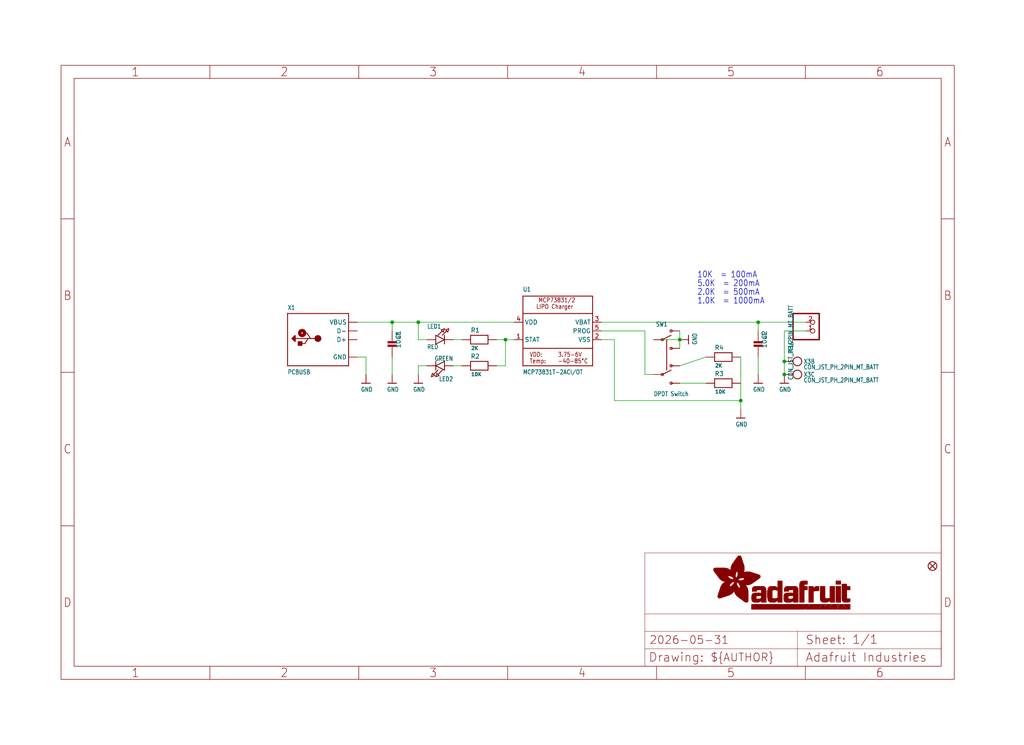
<source format=kicad_sch>
(kicad_sch (version 20230121) (generator eeschema)
  (paper "User" 298.45 217.322)
  (lib_symbols
    (symbol "working-eagle-import:CAP_CERAMIC0805-NOOUTLINE"
      (property "Reference" "C" (at -2.29 1.25 90))
      (symbol "CAP_CERAMIC0805-NOOUTLINE_1_0"
        (pin passive line (at 0 5.08 270) (length 2.54) (name "1") (number "1"))
        (pin passive line (at 0 -2.54 90) (length 2.54) (name "2") (number "2"))
      )
    )
    (symbol "working-eagle-import:CON_JST_PH_2PIN_MT_BATT"
      (property "Reference" "X" (at 0 5.588 90))
      (symbol "CON_JST_PH_2PIN_MT_BATT_1_0"
        (pin passive inverted (at -2.54 2.54 0) (length 2.54) (name "1") (number "1"))
        (pin passive inverted (at -2.54 0 0) (length 2.54) (name "2") (number "2"))
      )
      (symbol "CON_JST_PH_2PIN_MT_BATT_2_0"
        (pin bidirectional line (at 0 0 90) (length 2.54) (name "P$1") (number "NC2"))
      )
      (symbol "CON_JST_PH_2PIN_MT_BATT_3_0"
        (pin bidirectional line (at 0 0 90) (length 2.54) (name "P$1") (number "NC1"))
      )
    )
    (symbol "working-eagle-import:FIDUCIAL_1MM")
    (symbol "working-eagle-import:FRAME_A4_ADAFRUIT"
      (symbol "FRAME_A4_ADAFRUIT_1_0"
        (text "${#}/${##}" (at 230.505 10.16 0) (effects (font (size 2.54 2.54)) (justify left bottom)))
        (text "${AUTHOR}" (at 189.23 5.08 0) (effects (font (size 2.286 2.286)) (justify left bottom)))
        (text "${CURRENT_DATE}" (at 171.45 10.16 0) (effects (font (size 2.286 2.286)) (justify left bottom)))
        (text "${PROJECTNAME}" (at 171.45 15.24 0) (effects (font (size 2.54 2.54)) (justify left bottom)))
        (text "1" (at 21.6958 1.905 0) (effects (font (size 2.54 2.286))))
        (text "1" (at 21.6958 177.165 0) (effects (font (size 2.54 2.286))))
        (text "2" (at 65.0875 1.905 0) (effects (font (size 2.54 2.286))))
        (text "2" (at 65.0875 177.165 0) (effects (font (size 2.54 2.286))))
        (text "3" (at 108.4792 1.905 0) (effects (font (size 2.54 2.286))))
        (text "3" (at 108.4792 177.165 0) (effects (font (size 2.54 2.286))))
        (text "4" (at 151.8708 1.905 0) (effects (font (size 2.54 2.286))))
        (text "4" (at 151.8708 177.165 0) (effects (font (size 2.54 2.286))))
        (text "5" (at 195.2625 1.905 0) (effects (font (size 2.54 2.286))))
        (text "5" (at 195.2625 177.165 0) (effects (font (size 2.54 2.286))))
        (text "6" (at 238.6542 1.905 0) (effects (font (size 2.54 2.286))))
        (text "6" (at 238.6542 177.165 0) (effects (font (size 2.54 2.286))))
        (text "A" (at 1.905 156.6863 0) (effects (font (size 2.54 2.286))))
        (text "A" (at 258.445 156.6863 0) (effects (font (size 2.54 2.286))))
        (text "Adafruit Industries" (at 216.916 4.953 0) (effects (font (size 2.54 2.54)) (justify left bottom)))
        (text "B" (at 1.905 111.9188 0) (effects (font (size 2.54 2.286))))
        (text "B" (at 258.445 111.9188 0) (effects (font (size 2.54 2.286))))
        (text "C" (at 1.905 67.1513 0) (effects (font (size 2.54 2.286))))
        (text "C" (at 258.445 67.1513 0) (effects (font (size 2.54 2.286))))
        (text "D" (at 1.905 22.3838 0) (effects (font (size 2.54 2.286))))
        (text "D" (at 258.445 22.3838 0) (effects (font (size 2.54 2.286))))
        (text "Drawing:" (at 171.196 4.953 0) (effects (font (size 2.54 2.54)) (justify left bottom)))
        (text "Sheet:" (at 216.916 10.033 0) (effects (font (size 2.54 2.54)) (justify left bottom)))
      )
    )
    (symbol "working-eagle-import:GND" (power)
      (property "Value" "GND" (at -1.524 -2.54 0))
      (symbol "GND_1_0"
        (pin power_in line (at 0 2.54 270) (length 2.54) (name "GND") (number "1"))
      )
    )
    (symbol "working-eagle-import:LED0603_NOOUTLINE"
      (property "Reference" "D" (at -1.27 4.445 0))
      (symbol "LED0603_NOOUTLINE_1_0"
        (pin passive line (at -5.08 0 0) (length 2.54) (name "A") (number "A"))
        (pin passive line (at 2.54 0 180) (length 2.54) (name "C") (number "C"))
      )
    )
    (symbol "working-eagle-import:MCP73831/2"
      (property "Reference" "U" (at -10.16 11.43 0))
      (symbol "MCP73831/2_1_0"
        (text "-40-85°C" (at 0 -9.525 0) (effects (font (size 1.27 1.0795)) (justify left bottom)))
        (text "3.75-6V" (at 0 -7.62 0) (effects (font (size 1.27 1.0795)) (justify left bottom)))
        (text "LIPO Charger" (at -6.35 6.35 0) (effects (font (size 1.27 1.0795)) (justify left bottom)))
        (text "MCP73831/2" (at -5.715 8.255 0) (effects (font (size 1.27 1.0795)) (justify left bottom)))
        (text "Temp:" (at -8.255 -9.525 0) (effects (font (size 1.27 1.0795)) (justify left bottom)))
        (text "VDD:" (at -8.255 -7.62 0) (effects (font (size 1.27 1.0795)) (justify left bottom)))
        (pin output line (at -12.7 -2.54 0) (length 2.54) (name "STAT") (number "1"))
        (pin power_in line (at 12.7 -2.54 180) (length 2.54) (name "VSS") (number "2"))
        (pin power_in line (at 12.7 2.54 180) (length 2.54) (name "VBAT") (number "3"))
        (pin power_in line (at -12.7 2.54 0) (length 2.54) (name "VDD") (number "4"))
        (pin input line (at 12.7 0 180) (length 2.54) (name "PROG") (number "5"))
      )
    )
    (symbol "working-eagle-import:RESISTOR_0603_NOOUT"
      (property "Reference" "R" (at 0 2.54 0))
      (symbol "RESISTOR_0603_NOOUT_1_0"
        (pin passive line (at -5.08 0 0) (length 2.54) (name "1") (number "1"))
        (pin passive line (at 5.08 0 180) (length 2.54) (name "2") (number "2"))
      )
    )
    (symbol "working-eagle-import:SWITCH_DPDTEG1390"
      (property "Reference" "SW" (at -4.445 8.89 0))
      (symbol "SWITCH_DPDTEG1390_1_0"
        (pin passive line (at 2.54 7.62 180) (length 2.54) (name "O1") (number "O1"))
        (pin passive line (at 2.54 -2.54 180) (length 2.54) (name "O2") (number "O2"))
        (pin passive line (at -5.08 5.08 0) (length 2.54) (name "P1") (number "P1"))
        (pin passive line (at -5.08 -5.08 0) (length 2.54) (name "P2") (number "P2"))
        (pin passive line (at 2.54 2.54 180) (length 2.54) (name "S1") (number "S1"))
        (pin passive line (at 2.54 -7.62 180) (length 2.54) (name "S2") (number "S2"))
      )
    )
    (symbol "working-eagle-import:USB_TYPEAPCB"
      (property "Reference" "X" (at -10.16 8.636 0))
      (symbol "USB_TYPEAPCB_1_0"
        (pin power_in line (at 10.16 -5.08 180) (length 2.54) (name "GND") (number "GND"))
        (pin bidirectional line (at 10.16 2.54 180) (length 2.54) (name "D-") (number "USB_NEG"))
        (pin bidirectional line (at 10.16 0 180) (length 2.54) (name "D+") (number "USB_PLUS"))
        (pin power_in line (at 10.16 5.08 180) (length 2.54) (name "VBUS") (number "VCC"))
      )
    )
  )
  (junction (at 215.9 116.84))
  (junction (at 228.6 109.22))
  (junction (at 114.3 93.98))
  (junction (at 228.6 105.41))
  (junction (at 198.12 99.06))
  (junction (at 220.98 93.98))
  (junction (at 147.32 99.06))
  (junction (at 121.92 93.98))
  (wire (pts (xy 220.98 96.52) (xy 220.98 93.98)) (stroke (width 0.1524)))
  (wire (pts (xy 114.3 93.98) (xy 121.92 93.98)) (stroke (width 0.1524)))
  (wire (pts (xy 121.92 99.06) (xy 121.92 93.98)) (stroke (width 0.1524)))
  (wire (pts (xy 179.07 99.06) (xy 179.07 116.84)) (stroke (width 0.1524)))
  (wire (pts (xy 147.32 106.68) (xy 147.32 99.06)) (stroke (width 0.1524)))
  (wire (pts (xy 144.78 99.06) (xy 147.32 99.06)) (stroke (width 0.1524)))
  (wire (pts (xy 114.3 96.52) (xy 114.3 93.98)) (stroke (width 0.1524)))
  (wire (pts (xy 228.6 105.41) (xy 228.6 109.22)) (stroke (width 0.1524)))
  (wire (pts (xy 228.6 96.52) (xy 228.6 105.41)) (stroke (width 0.1524)))
  (wire (pts (xy 124.46 106.68) (xy 121.92 106.68)) (stroke (width 0.1524)))
  (wire (pts (xy 215.9 104.14) (xy 215.9 116.84)) (stroke (width 0.1524)))
  (wire (pts (xy 234.95 96.52) (xy 228.6 96.52)) (stroke (width 0.1524)))
  (wire (pts (xy 215.9 116.84) (xy 215.9 119.38)) (stroke (width 0.1524)))
  (wire (pts (xy 198.12 106.68) (xy 205.74 104.14)) (stroke (width 0.1524)))
  (wire (pts (xy 124.46 99.06) (xy 121.92 99.06)) (stroke (width 0.1524)))
  (wire (pts (xy 121.92 106.68) (xy 121.92 109.22)) (stroke (width 0.1524)))
  (wire (pts (xy 144.78 106.68) (xy 147.32 106.68)) (stroke (width 0.1524)))
  (wire (pts (xy 234.95 93.98) (xy 220.98 93.98)) (stroke (width 0.1524)))
  (wire (pts (xy 147.32 99.06) (xy 149.86 99.06)) (stroke (width 0.1524)))
  (wire (pts (xy 220.98 104.14) (xy 220.98 109.22)) (stroke (width 0.1524)))
  (wire (pts (xy 104.14 93.98) (xy 114.3 93.98)) (stroke (width 0.1524)))
  (wire (pts (xy 134.62 106.68) (xy 132.08 106.68)) (stroke (width 0.1524)))
  (wire (pts (xy 187.96 109.22) (xy 187.96 96.52)) (stroke (width 0.1524)))
  (wire (pts (xy 190.5 99.06) (xy 198.12 99.06)) (stroke (width 0.1524)))
  (wire (pts (xy 198.12 111.76) (xy 205.74 111.76)) (stroke (width 0.1524)))
  (wire (pts (xy 175.26 99.06) (xy 179.07 99.06)) (stroke (width 0.1524)))
  (wire (pts (xy 190.5 109.22) (xy 187.96 109.22)) (stroke (width 0.1524)))
  (wire (pts (xy 114.3 104.14) (xy 114.3 109.22)) (stroke (width 0.1524)))
  (wire (pts (xy 220.98 93.98) (xy 175.26 93.98)) (stroke (width 0.1524)))
  (wire (pts (xy 179.07 116.84) (xy 215.9 116.84)) (stroke (width 0.1524)))
  (wire (pts (xy 121.92 93.98) (xy 149.86 93.98)) (stroke (width 0.1524)))
  (wire (pts (xy 132.08 99.06) (xy 134.62 99.06)) (stroke (width 0.1524)))
  (wire (pts (xy 106.68 104.14) (xy 106.68 109.22)) (stroke (width 0.1524)))
  (wire (pts (xy 104.14 104.14) (xy 106.68 104.14)) (stroke (width 0.1524)))
  (wire (pts (xy 198.12 99.06) (xy 198.12 101.6)) (stroke (width 0.1524)))
  (wire (pts (xy 198.12 99.06) (xy 198.12 96.52)) (stroke (width 0.1524)))
  (wire (pts (xy 175.26 96.52) (xy 187.96 96.52)) (stroke (width 0.1524)))
  (text "10K  = 100mA" (at 203.2 81.28 0) (effects (font (size 1.778 1.5113)) (justify left bottom)))
  (text "5.0K  = 200mA" (at 203.2 83.82 0) (effects (font (size 1.778 1.5113)) (justify left bottom)))
  (text "1.0K  = 1000mA" (at 203.2 88.9 0) (effects (font (size 1.778 1.5113)) (justify left bottom)))
  (text "2.0K  = 500mA" (at 203.2 86.36 0) (effects (font (size 1.778 1.5113)) (justify left bottom)))
  (symbol (lib_id "working-eagle-import:LED0603_NOOUTLINE") (at 127 106.68 180) (unit 1)
    (property "Reference" "LED2" (at 132.08 109.855 0) (effects (font (size 1.27 1.0795)) (justify left bottom)))
    (property "Value" "GREEN" (at 132.08 103.886 0) (effects (font (size 1.27 1.0795)) (justify left bottom)))
    (property "Footprint" "working:CHIPLED_0603_NOOUTLINE" (effects hide))
  )
  (symbol (lib_id "working-eagle-import:CON_JST_PH_2PIN_MT_BATT") (at 228.6 105.41 270) (unit 2)
    (property "Reference" "X3" (at 234.188 105.41 90) (effects (font (size 1.27 1.0795)) (justify left)))
    (property "Value" "CON_JST_PH_2PIN_MT_BATT" (at 234.188 107.061 90) (effects (font (size 1.27 1.0795)) (justify left)))
    (property "Footprint" "working:JSTPH2_BATT" (effects hide))
  )
  (symbol (lib_id "working-eagle-import:GND") (at 215.9 121.92 0) (unit 1)
    (property "Reference" "#U$6" (effects hide))
    (property "Value" "GND" (at 214.376 124.46 0) (effects (font (size 1.27 1.0795)) (justify left bottom)))
  )
  (symbol (lib_id "working-eagle-import:GND") (at 114.3 111.76 0) (unit 1)
    (property "Reference" "#U$3" (effects hide))
    (property "Value" "GND" (at 112.776 114.3 0) (effects (font (size 1.27 1.0795)) (justify left bottom)))
  )
  (symbol (lib_id "working-eagle-import:USB_TYPEAPCB") (at 93.98 99.06 0) (unit 1)
    (property "Reference" "X1" (at 83.82 90.424 0) (effects (font (size 1.27 1.0795)) (justify left bottom)))
    (property "Value" "PCBUSB" (at 83.82 109.22 0) (effects (font (size 1.27 1.0795)) (justify left bottom)))
    (property "Footprint" "working:USBA_PCB" (effects hide))
  )
  (symbol (lib_id "working-eagle-import:RESISTOR_0603_NOOUT") (at 139.7 99.06 0) (unit 1)
    (property "Reference" "R1" (at 137.16 97.028 0) (effects (justify left bottom)))
    (property "Value" "2K" (at 137.16 102.235 0) (effects (font (size 1.016 1.016) bold) (justify left bottom)))
    (property "Footprint" "working:0603-NO" (effects hide))
  )
  (symbol (lib_id "working-eagle-import:SWITCH_DPDTEG1390") (at 195.58 104.14 0) (unit 1)
    (property "Reference" "SW1" (at 191.135 95.25 0) (effects (font (size 1.27 1.0795)) (justify left bottom)))
    (property "Value" "DPDT Switch" (at 190.5 115.57 0) (effects (font (size 1.27 1.0795)) (justify left bottom)))
    (property "Footprint" "working:EG1390" (effects hide))
  )
  (symbol (lib_id "working-eagle-import:FRAME_A4_ADAFRUIT") (at 17.78 198.12 0) (unit 1)
    (property "Reference" "#U$1" (effects hide))
    (property "Value" "FRAME_A4_ADAFRUIT" (effects hide))
  )
  (symbol (lib_id "working-eagle-import:GND") (at 228.6 111.76 0) (unit 1)
    (property "Reference" "#U$4" (effects hide))
    (property "Value" "GND" (at 227.076 114.3 0) (effects (font (size 1.27 1.0795)) (justify left bottom)))
  )
  (symbol (lib_id "working-eagle-import:GND") (at 121.92 111.76 0) (unit 1)
    (property "Reference" "#U$7" (effects hide))
    (property "Value" "GND" (at 120.396 114.3 0) (effects (font (size 1.27 1.0795)) (justify left bottom)))
  )
  (symbol (lib_id "working-eagle-import:RESISTOR_0603_NOOUT") (at 210.82 111.76 0) (unit 1)
    (property "Reference" "R3" (at 208.28 109.728 0) (effects (justify left bottom)))
    (property "Value" "10K" (at 208.28 114.935 0) (effects (font (size 1.016 1.016) bold) (justify left bottom)))
    (property "Footprint" "working:0603-NO" (effects hide))
  )
  (symbol (lib_id "working-eagle-import:GND") (at 220.98 111.76 0) (unit 1)
    (property "Reference" "#U$5" (effects hide))
    (property "Value" "GND" (at 219.456 114.3 0) (effects (font (size 1.27 1.0795)) (justify left bottom)))
  )
  (symbol (lib_id "working-eagle-import:CON_JST_PH_2PIN_MT_BATT") (at 237.49 93.98 0) (mirror x) (unit 1)
    (property "Reference" "X3" (at 231.14 99.695 90) (effects (font (size 1.27 1.0795)) (justify left bottom)))
    (property "Value" "CON_JST_PH_2PIN_MT_BATT" (at 231.14 88.9 90) (effects (font (size 1.27 1.0795)) (justify left bottom)))
    (property "Footprint" "working:JSTPH2_BATT" (effects hide))
  )
  (symbol (lib_id "working-eagle-import:GND") (at 106.68 111.76 0) (unit 1)
    (property "Reference" "#U$2" (effects hide))
    (property "Value" "GND" (at 105.156 114.3 0) (effects (font (size 1.27 1.0795)) (justify left bottom)))
  )
  (symbol (lib_id "working-eagle-import:CAP_CERAMIC0805-NOOUTLINE") (at 220.98 101.6 0) (unit 1)
    (property "Reference" "C2" (at 223.52 99.06 90) (effects (justify left bottom)))
    (property "Value" "10uF" (at 223.52 101.6 90) (effects (justify left bottom)))
    (property "Footprint" "working:0805-NO" (effects hide))
  )
  (symbol (lib_id "working-eagle-import:GND") (at 200.66 99.06 90) (unit 1)
    (property "Reference" "#U$10" (effects hide))
    (property "Value" "GND" (at 203.2 100.584 0) (effects (font (size 1.27 1.0795)) (justify left bottom)))
  )
  (symbol (lib_id "working-eagle-import:LED0603_NOOUTLINE") (at 129.54 99.06 0) (unit 1)
    (property "Reference" "LED1" (at 124.46 95.885 0) (effects (font (size 1.27 1.0795)) (justify left bottom)))
    (property "Value" "RED" (at 124.46 101.854 0) (effects (font (size 1.27 1.0795)) (justify left bottom)))
    (property "Footprint" "working:CHIPLED_0603_NOOUTLINE" (effects hide))
  )
  (symbol (lib_id "working-eagle-import:FIDUCIAL_1MM") (at 271.78 165.1 0) (unit 1)
    (property "Reference" "FID1" (effects hide))
    (property "Value" "FIDUCIAL_1MM" (effects hide))
    (property "Footprint" "working:FIDUCIAL_1MM" (effects hide))
  )
  (symbol (lib_id "working-eagle-import:RESISTOR_0603_NOOUT") (at 139.7 106.68 0) (unit 1)
    (property "Reference" "R2" (at 137.16 104.648 0) (effects (justify left bottom)))
    (property "Value" "10K" (at 137.16 109.855 0) (effects (font (size 1.016 1.016) bold) (justify left bottom)))
    (property "Footprint" "working:0603-NO" (effects hide))
  )
  (symbol (lib_id "working-eagle-import:MCP73831/2") (at 162.56 96.52 0) (unit 1)
    (property "Reference" "U1" (at 152.4 85.09 0) (effects (font (size 1.27 1.0795)) (justify left bottom)))
    (property "Value" "MCP73831T-2ACI/OT" (at 152.4 109.22 0) (effects (font (size 1.27 1.0795)) (justify left bottom)))
    (property "Footprint" "working:SOT23-5" (effects hide))
  )
  (symbol (lib_id "working-eagle-import:CON_JST_PH_2PIN_MT_BATT") (at 228.6 109.22 270) (unit 3)
    (property "Reference" "X3" (at 234.188 109.22 90) (effects (font (size 1.27 1.0795)) (justify left)))
    (property "Value" "CON_JST_PH_2PIN_MT_BATT" (at 234.188 110.871 90) (effects (font (size 1.27 1.0795)) (justify left)))
    (property "Footprint" "working:JSTPH2_BATT" (effects hide))
  )
  (symbol (lib_id "working-eagle-import:RESISTOR_0603_NOOUT") (at 210.82 104.14 0) (unit 1)
    (property "Reference" "R4" (at 208.28 102.108 0) (effects (justify left bottom)))
    (property "Value" "2K" (at 208.28 107.315 0) (effects (font (size 1.016 1.016) bold) (justify left bottom)))
    (property "Footprint" "working:0603-NO" (effects hide))
  )
  (symbol (lib_id "working-eagle-import:CAP_CERAMIC0805-NOOUTLINE") (at 114.3 101.6 0) (unit 1)
    (property "Reference" "C1" (at 116.84 99.06 90) (effects (justify left bottom)))
    (property "Value" "10uF" (at 116.84 101.6 90) (effects (justify left bottom)))
    (property "Footprint" "working:0805-NO" (effects hide))
  )
)
</source>
